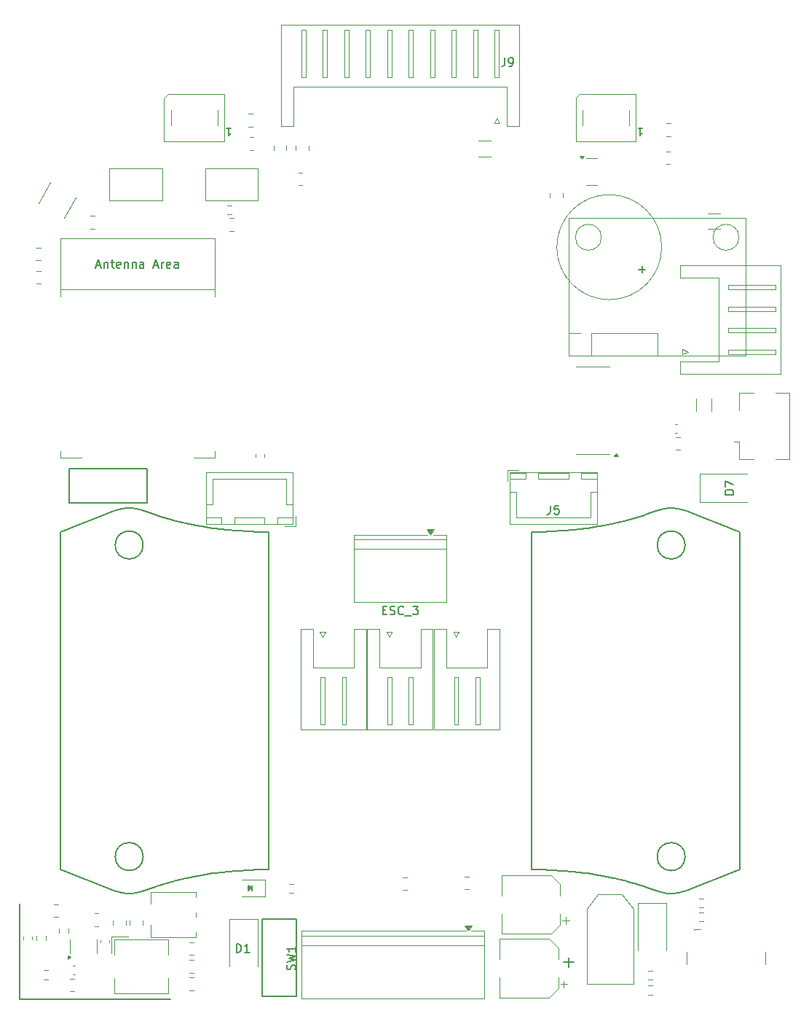
<source format=gbr>
%TF.GenerationSoftware,KiCad,Pcbnew,9.0.1*%
%TF.CreationDate,2025-07-10T18:56:07-03:00*%
%TF.ProjectId,main_MagicAlonso-rounded,6d61696e-5f4d-4616-9769-63416c6f6e73,rev?*%
%TF.SameCoordinates,PXb76920PY11322920*%
%TF.FileFunction,Legend,Top*%
%TF.FilePolarity,Positive*%
%FSLAX46Y46*%
G04 Gerber Fmt 4.6, Leading zero omitted, Abs format (unit mm)*
G04 Created by KiCad (PCBNEW 9.0.1) date 2025-07-10 18:56:07*
%MOMM*%
%LPD*%
G01*
G04 APERTURE LIST*
%ADD10C,0.150000*%
%ADD11C,0.120000*%
%ADD12C,0.100000*%
%ADD13C,0.200000*%
%ADD14C,0.127000*%
G04 APERTURE END LIST*
D10*
X92457381Y95748991D02*
X92790714Y95748991D01*
X92933571Y95225181D02*
X92457381Y95225181D01*
X92457381Y95225181D02*
X92457381Y96225181D01*
X92457381Y96225181D02*
X92933571Y96225181D01*
X93314524Y95272800D02*
X93457381Y95225181D01*
X93457381Y95225181D02*
X93695476Y95225181D01*
X93695476Y95225181D02*
X93790714Y95272800D01*
X93790714Y95272800D02*
X93838333Y95320420D01*
X93838333Y95320420D02*
X93885952Y95415658D01*
X93885952Y95415658D02*
X93885952Y95510896D01*
X93885952Y95510896D02*
X93838333Y95606134D01*
X93838333Y95606134D02*
X93790714Y95653753D01*
X93790714Y95653753D02*
X93695476Y95701372D01*
X93695476Y95701372D02*
X93505000Y95748991D01*
X93505000Y95748991D02*
X93409762Y95796610D01*
X93409762Y95796610D02*
X93362143Y95844229D01*
X93362143Y95844229D02*
X93314524Y95939467D01*
X93314524Y95939467D02*
X93314524Y96034705D01*
X93314524Y96034705D02*
X93362143Y96129943D01*
X93362143Y96129943D02*
X93409762Y96177562D01*
X93409762Y96177562D02*
X93505000Y96225181D01*
X93505000Y96225181D02*
X93743095Y96225181D01*
X93743095Y96225181D02*
X93885952Y96177562D01*
X94885952Y95320420D02*
X94838333Y95272800D01*
X94838333Y95272800D02*
X94695476Y95225181D01*
X94695476Y95225181D02*
X94600238Y95225181D01*
X94600238Y95225181D02*
X94457381Y95272800D01*
X94457381Y95272800D02*
X94362143Y95368039D01*
X94362143Y95368039D02*
X94314524Y95463277D01*
X94314524Y95463277D02*
X94266905Y95653753D01*
X94266905Y95653753D02*
X94266905Y95796610D01*
X94266905Y95796610D02*
X94314524Y95987086D01*
X94314524Y95987086D02*
X94362143Y96082324D01*
X94362143Y96082324D02*
X94457381Y96177562D01*
X94457381Y96177562D02*
X94600238Y96225181D01*
X94600238Y96225181D02*
X94695476Y96225181D01*
X94695476Y96225181D02*
X94838333Y96177562D01*
X94838333Y96177562D02*
X94885952Y96129943D01*
X95076429Y95129943D02*
X95838333Y95129943D01*
X95981191Y96225181D02*
X96600238Y96225181D01*
X96600238Y96225181D02*
X96266905Y95844229D01*
X96266905Y95844229D02*
X96409762Y95844229D01*
X96409762Y95844229D02*
X96505000Y95796610D01*
X96505000Y95796610D02*
X96552619Y95748991D01*
X96552619Y95748991D02*
X96600238Y95653753D01*
X96600238Y95653753D02*
X96600238Y95415658D01*
X96600238Y95415658D02*
X96552619Y95320420D01*
X96552619Y95320420D02*
X96505000Y95272800D01*
X96505000Y95272800D02*
X96409762Y95225181D01*
X96409762Y95225181D02*
X96124048Y95225181D01*
X96124048Y95225181D02*
X96028810Y95272800D01*
X96028810Y95272800D02*
X95981191Y95320420D01*
X114094700Y54278572D02*
X114094700Y55421429D01*
X114666128Y54850001D02*
X113523271Y54850001D01*
X122176428Y151712296D02*
X122633571Y151712296D01*
X122404999Y151712296D02*
X122404999Y150912296D01*
X122404999Y150912296D02*
X122481190Y151026581D01*
X122481190Y151026581D02*
X122557380Y151102772D01*
X122557380Y151102772D02*
X122633571Y151140867D01*
X75441905Y55995181D02*
X75441905Y56995181D01*
X75441905Y56995181D02*
X75680000Y56995181D01*
X75680000Y56995181D02*
X75822857Y56947562D01*
X75822857Y56947562D02*
X75918095Y56852324D01*
X75918095Y56852324D02*
X75965714Y56757086D01*
X75965714Y56757086D02*
X76013333Y56566610D01*
X76013333Y56566610D02*
X76013333Y56423753D01*
X76013333Y56423753D02*
X75965714Y56233277D01*
X75965714Y56233277D02*
X75918095Y56138039D01*
X75918095Y56138039D02*
X75822857Y56042800D01*
X75822857Y56042800D02*
X75680000Y55995181D01*
X75680000Y55995181D02*
X75441905Y55995181D01*
X76965714Y55995181D02*
X76394286Y55995181D01*
X76680000Y55995181D02*
X76680000Y56995181D01*
X76680000Y56995181D02*
X76584762Y56852324D01*
X76584762Y56852324D02*
X76489524Y56757086D01*
X76489524Y56757086D02*
X76394286Y56709467D01*
X74311428Y151692296D02*
X74768571Y151692296D01*
X74539999Y151692296D02*
X74539999Y150892296D01*
X74539999Y150892296D02*
X74616190Y151006581D01*
X74616190Y151006581D02*
X74692380Y151082772D01*
X74692380Y151082772D02*
X74768571Y151120867D01*
X122234048Y135311134D02*
X122995953Y135311134D01*
X122615000Y134930181D02*
X122615000Y135692086D01*
X59193094Y135790896D02*
X59669284Y135790896D01*
X59097856Y135505181D02*
X59431189Y136505181D01*
X59431189Y136505181D02*
X59764522Y135505181D01*
X60097856Y136171848D02*
X60097856Y135505181D01*
X60097856Y136076610D02*
X60145475Y136124229D01*
X60145475Y136124229D02*
X60240713Y136171848D01*
X60240713Y136171848D02*
X60383570Y136171848D01*
X60383570Y136171848D02*
X60478808Y136124229D01*
X60478808Y136124229D02*
X60526427Y136028991D01*
X60526427Y136028991D02*
X60526427Y135505181D01*
X60859761Y136171848D02*
X61240713Y136171848D01*
X61002618Y136505181D02*
X61002618Y135648039D01*
X61002618Y135648039D02*
X61050237Y135552800D01*
X61050237Y135552800D02*
X61145475Y135505181D01*
X61145475Y135505181D02*
X61240713Y135505181D01*
X61954999Y135552800D02*
X61859761Y135505181D01*
X61859761Y135505181D02*
X61669285Y135505181D01*
X61669285Y135505181D02*
X61574047Y135552800D01*
X61574047Y135552800D02*
X61526428Y135648039D01*
X61526428Y135648039D02*
X61526428Y136028991D01*
X61526428Y136028991D02*
X61574047Y136124229D01*
X61574047Y136124229D02*
X61669285Y136171848D01*
X61669285Y136171848D02*
X61859761Y136171848D01*
X61859761Y136171848D02*
X61954999Y136124229D01*
X61954999Y136124229D02*
X62002618Y136028991D01*
X62002618Y136028991D02*
X62002618Y135933753D01*
X62002618Y135933753D02*
X61526428Y135838515D01*
X62431190Y136171848D02*
X62431190Y135505181D01*
X62431190Y136076610D02*
X62478809Y136124229D01*
X62478809Y136124229D02*
X62574047Y136171848D01*
X62574047Y136171848D02*
X62716904Y136171848D01*
X62716904Y136171848D02*
X62812142Y136124229D01*
X62812142Y136124229D02*
X62859761Y136028991D01*
X62859761Y136028991D02*
X62859761Y135505181D01*
X63335952Y136171848D02*
X63335952Y135505181D01*
X63335952Y136076610D02*
X63383571Y136124229D01*
X63383571Y136124229D02*
X63478809Y136171848D01*
X63478809Y136171848D02*
X63621666Y136171848D01*
X63621666Y136171848D02*
X63716904Y136124229D01*
X63716904Y136124229D02*
X63764523Y136028991D01*
X63764523Y136028991D02*
X63764523Y135505181D01*
X64669285Y135505181D02*
X64669285Y136028991D01*
X64669285Y136028991D02*
X64621666Y136124229D01*
X64621666Y136124229D02*
X64526428Y136171848D01*
X64526428Y136171848D02*
X64335952Y136171848D01*
X64335952Y136171848D02*
X64240714Y136124229D01*
X64669285Y135552800D02*
X64574047Y135505181D01*
X64574047Y135505181D02*
X64335952Y135505181D01*
X64335952Y135505181D02*
X64240714Y135552800D01*
X64240714Y135552800D02*
X64193095Y135648039D01*
X64193095Y135648039D02*
X64193095Y135743277D01*
X64193095Y135743277D02*
X64240714Y135838515D01*
X64240714Y135838515D02*
X64335952Y135886134D01*
X64335952Y135886134D02*
X64574047Y135886134D01*
X64574047Y135886134D02*
X64669285Y135933753D01*
X65859762Y135790896D02*
X66335952Y135790896D01*
X65764524Y135505181D02*
X66097857Y136505181D01*
X66097857Y136505181D02*
X66431190Y135505181D01*
X66764524Y135505181D02*
X66764524Y136171848D01*
X66764524Y135981372D02*
X66812143Y136076610D01*
X66812143Y136076610D02*
X66859762Y136124229D01*
X66859762Y136124229D02*
X66955000Y136171848D01*
X66955000Y136171848D02*
X67050238Y136171848D01*
X67764524Y135552800D02*
X67669286Y135505181D01*
X67669286Y135505181D02*
X67478810Y135505181D01*
X67478810Y135505181D02*
X67383572Y135552800D01*
X67383572Y135552800D02*
X67335953Y135648039D01*
X67335953Y135648039D02*
X67335953Y136028991D01*
X67335953Y136028991D02*
X67383572Y136124229D01*
X67383572Y136124229D02*
X67478810Y136171848D01*
X67478810Y136171848D02*
X67669286Y136171848D01*
X67669286Y136171848D02*
X67764524Y136124229D01*
X67764524Y136124229D02*
X67812143Y136028991D01*
X67812143Y136028991D02*
X67812143Y135933753D01*
X67812143Y135933753D02*
X67335953Y135838515D01*
X68669286Y135505181D02*
X68669286Y136028991D01*
X68669286Y136028991D02*
X68621667Y136124229D01*
X68621667Y136124229D02*
X68526429Y136171848D01*
X68526429Y136171848D02*
X68335953Y136171848D01*
X68335953Y136171848D02*
X68240715Y136124229D01*
X68669286Y135552800D02*
X68574048Y135505181D01*
X68574048Y135505181D02*
X68335953Y135505181D01*
X68335953Y135505181D02*
X68240715Y135552800D01*
X68240715Y135552800D02*
X68193096Y135648039D01*
X68193096Y135648039D02*
X68193096Y135743277D01*
X68193096Y135743277D02*
X68240715Y135838515D01*
X68240715Y135838515D02*
X68335953Y135886134D01*
X68335953Y135886134D02*
X68574048Y135886134D01*
X68574048Y135886134D02*
X68669286Y135933753D01*
X106656666Y159925181D02*
X106656666Y159210896D01*
X106656666Y159210896D02*
X106609047Y159068039D01*
X106609047Y159068039D02*
X106513809Y158972800D01*
X106513809Y158972800D02*
X106370952Y158925181D01*
X106370952Y158925181D02*
X106275714Y158925181D01*
X107180476Y158925181D02*
X107370952Y158925181D01*
X107370952Y158925181D02*
X107466190Y158972800D01*
X107466190Y158972800D02*
X107513809Y159020420D01*
X107513809Y159020420D02*
X107609047Y159163277D01*
X107609047Y159163277D02*
X107656666Y159353753D01*
X107656666Y159353753D02*
X107656666Y159734705D01*
X107656666Y159734705D02*
X107609047Y159829943D01*
X107609047Y159829943D02*
X107561428Y159877562D01*
X107561428Y159877562D02*
X107466190Y159925181D01*
X107466190Y159925181D02*
X107275714Y159925181D01*
X107275714Y159925181D02*
X107180476Y159877562D01*
X107180476Y159877562D02*
X107132857Y159829943D01*
X107132857Y159829943D02*
X107085238Y159734705D01*
X107085238Y159734705D02*
X107085238Y159496610D01*
X107085238Y159496610D02*
X107132857Y159401372D01*
X107132857Y159401372D02*
X107180476Y159353753D01*
X107180476Y159353753D02*
X107275714Y159306134D01*
X107275714Y159306134D02*
X107466190Y159306134D01*
X107466190Y159306134D02*
X107561428Y159353753D01*
X107561428Y159353753D02*
X107609047Y159401372D01*
X107609047Y159401372D02*
X107656666Y159496610D01*
X82262200Y53986668D02*
X82309819Y54129525D01*
X82309819Y54129525D02*
X82309819Y54367620D01*
X82309819Y54367620D02*
X82262200Y54462858D01*
X82262200Y54462858D02*
X82214580Y54510477D01*
X82214580Y54510477D02*
X82119342Y54558096D01*
X82119342Y54558096D02*
X82024104Y54558096D01*
X82024104Y54558096D02*
X81928866Y54510477D01*
X81928866Y54510477D02*
X81881247Y54462858D01*
X81881247Y54462858D02*
X81833628Y54367620D01*
X81833628Y54367620D02*
X81786009Y54177144D01*
X81786009Y54177144D02*
X81738390Y54081906D01*
X81738390Y54081906D02*
X81690771Y54034287D01*
X81690771Y54034287D02*
X81595533Y53986668D01*
X81595533Y53986668D02*
X81500295Y53986668D01*
X81500295Y53986668D02*
X81405057Y54034287D01*
X81405057Y54034287D02*
X81357438Y54081906D01*
X81357438Y54081906D02*
X81309819Y54177144D01*
X81309819Y54177144D02*
X81309819Y54415239D01*
X81309819Y54415239D02*
X81357438Y54558096D01*
X81309819Y54891430D02*
X82309819Y55129525D01*
X82309819Y55129525D02*
X81595533Y55320001D01*
X81595533Y55320001D02*
X82309819Y55510477D01*
X82309819Y55510477D02*
X81309819Y55748572D01*
X82309819Y56653334D02*
X82309819Y56081906D01*
X82309819Y56367620D02*
X81309819Y56367620D01*
X81309819Y56367620D02*
X81452676Y56272382D01*
X81452676Y56272382D02*
X81547914Y56177144D01*
X81547914Y56177144D02*
X81595533Y56081906D01*
X133259819Y109186906D02*
X132259819Y109186906D01*
X132259819Y109186906D02*
X132259819Y109425001D01*
X132259819Y109425001D02*
X132307438Y109567858D01*
X132307438Y109567858D02*
X132402676Y109663096D01*
X132402676Y109663096D02*
X132497914Y109710715D01*
X132497914Y109710715D02*
X132688390Y109758334D01*
X132688390Y109758334D02*
X132831247Y109758334D01*
X132831247Y109758334D02*
X133021723Y109710715D01*
X133021723Y109710715D02*
X133116961Y109663096D01*
X133116961Y109663096D02*
X133212200Y109567858D01*
X133212200Y109567858D02*
X133259819Y109425001D01*
X133259819Y109425001D02*
X133259819Y109186906D01*
X132259819Y110091668D02*
X132259819Y110758334D01*
X132259819Y110758334D02*
X133259819Y110329763D01*
X111971666Y107895181D02*
X111971666Y107180896D01*
X111971666Y107180896D02*
X111924047Y107038039D01*
X111924047Y107038039D02*
X111828809Y106942800D01*
X111828809Y106942800D02*
X111685952Y106895181D01*
X111685952Y106895181D02*
X111590714Y106895181D01*
X112924047Y107895181D02*
X112447857Y107895181D01*
X112447857Y107895181D02*
X112400238Y107418991D01*
X112400238Y107418991D02*
X112447857Y107466610D01*
X112447857Y107466610D02*
X112543095Y107514229D01*
X112543095Y107514229D02*
X112781190Y107514229D01*
X112781190Y107514229D02*
X112876428Y107466610D01*
X112876428Y107466610D02*
X112924047Y107418991D01*
X112924047Y107418991D02*
X112971666Y107323753D01*
X112971666Y107323753D02*
X112971666Y107085658D01*
X112971666Y107085658D02*
X112924047Y106990420D01*
X112924047Y106990420D02*
X112876428Y106942800D01*
X112876428Y106942800D02*
X112781190Y106895181D01*
X112781190Y106895181D02*
X112543095Y106895181D01*
X112543095Y106895181D02*
X112447857Y106942800D01*
X112447857Y106942800D02*
X112400238Y106990420D01*
D11*
%TO.C,ESC_3*%
X89135000Y96680000D02*
X89135000Y104520000D01*
X97705000Y104520000D02*
X89135000Y104520000D01*
X99875000Y104520000D02*
X98305000Y104520000D01*
X99875000Y104000000D02*
X89135000Y104000000D01*
X99875000Y102900000D02*
X89135000Y102900000D01*
X99875000Y96680000D02*
X89135000Y96680000D01*
X99875000Y96680000D02*
X99875000Y104520000D01*
X98005000Y104520000D02*
X97565000Y105130000D01*
X98445000Y105130000D01*
X98005000Y104520000D01*
G36*
X98005000Y104520000D02*
G01*
X97565000Y105130000D01*
X98445000Y105130000D01*
X98005000Y104520000D01*
G37*
%TO.C,Rp2*%
X61127500Y59677064D02*
X61127500Y59222936D01*
X62597500Y59677064D02*
X62597500Y59222936D01*
%TO.C,J2*%
X114130000Y127980000D02*
X115460000Y127980000D01*
X114130000Y126650000D02*
X114130000Y127980000D01*
X116730000Y127980000D02*
X124410000Y127980000D01*
X116730000Y125320000D02*
X116730000Y127980000D01*
X116730000Y125320000D02*
X124410000Y125320000D01*
X124410000Y125320000D02*
X124410000Y127980000D01*
X114130000Y125320000D02*
X134630000Y125320000D01*
X134630000Y141320000D01*
X114130000Y141320000D01*
X114130000Y125320000D01*
D12*
X117880000Y139070000D02*
G75*
G02*
X114880000Y139070000I-1500000J0D01*
G01*
X114880000Y139070000D02*
G75*
G02*
X117880000Y139070000I1500000J0D01*
G01*
X133880000Y139070000D02*
G75*
G02*
X130880000Y139070000I-1500000J0D01*
G01*
X130880000Y139070000D02*
G75*
G02*
X133880000Y139070000I1500000J0D01*
G01*
D11*
%TO.C,Rp1*%
X63064500Y59677064D02*
X63064500Y59222936D01*
X64534500Y59677064D02*
X64534500Y59222936D01*
%TO.C,J1*%
X116170000Y61060000D02*
X116170000Y52340000D01*
X117470000Y62760000D02*
X116170000Y61060000D01*
X120290000Y62760000D02*
X117470000Y62760000D01*
X120290000Y62760000D02*
X121590000Y61060000D01*
X121590000Y61060000D02*
X121590000Y52340000D01*
X121590000Y52340000D02*
X116170000Y52340000D01*
%TO.C,C20*%
X69938748Y57175000D02*
X70461252Y57175000D01*
X69938748Y55705000D02*
X70461252Y55705000D01*
%TO.C,C17*%
X56623752Y52935000D02*
X56101248Y52935000D01*
X56623752Y51465000D02*
X56101248Y51465000D01*
%TO.C,C24*%
X76843748Y153410000D02*
X77366252Y153410000D01*
X76843748Y151940000D02*
X77366252Y151940000D01*
%TO.C,R10*%
X123317742Y52135000D02*
X123792258Y52135000D01*
X123317742Y51090000D02*
X123792258Y51090000D01*
%TO.C,J13*%
X127790000Y54635000D02*
X127790000Y56045000D01*
X128610000Y58715000D02*
X128610000Y58565000D01*
X129410000Y58715000D02*
X128610000Y58715000D01*
X136950000Y54635000D02*
X136950000Y56045000D01*
%TO.C,C26*%
X125393748Y152310000D02*
X125916252Y152310000D01*
X125393748Y150840000D02*
X125916252Y150840000D01*
%TO.C,Q1*%
X116755000Y148260000D02*
X116105000Y148260000D01*
X116755000Y148260000D02*
X117405000Y148260000D01*
X116755000Y145140000D02*
X116105000Y145140000D01*
X116755000Y145140000D02*
X117405000Y145140000D01*
X115592500Y148210000D02*
X115352500Y148540000D01*
X115832500Y148540000D01*
X115592500Y148210000D01*
G36*
X115592500Y148210000D02*
G01*
X115352500Y148540000D01*
X115832500Y148540000D01*
X115592500Y148210000D01*
G37*
%TO.C,C10*%
X95291252Y64735000D02*
X94768748Y64735000D01*
X95291252Y63265000D02*
X94768748Y63265000D01*
%TO.C,RV1*%
X65487500Y63020000D02*
X65487500Y61640000D01*
X65487500Y63020000D02*
X70727500Y63020000D01*
X65487500Y59160000D02*
X65487500Y57780000D01*
X65487500Y57780000D02*
X70727500Y57780000D01*
X70727500Y63020000D02*
X70727500Y62439000D01*
X70727500Y60660000D02*
X70727500Y60140000D01*
X70727500Y58360000D02*
X70727500Y57780000D01*
%TO.C,C8*%
X77670000Y113865580D02*
X77670000Y113584420D01*
X78690000Y113865580D02*
X78690000Y113584420D01*
%TO.C,D5*%
X114905000Y155250000D02*
X114905000Y150200000D01*
X115355000Y155700000D02*
X114905000Y155250000D01*
X115705000Y153850000D02*
X115705000Y152050000D01*
X121105000Y153850000D02*
X121105000Y152050000D01*
X121905000Y155700000D02*
X115355000Y155700000D01*
X121905000Y150200000D02*
X114905000Y150200000D01*
X121905000Y150200000D02*
X121905000Y155700000D01*
%TO.C,R7*%
X125422936Y149045000D02*
X125877064Y149045000D01*
X125422936Y147575000D02*
X125877064Y147575000D01*
%TO.C,D1*%
X74630000Y59860000D02*
X74630000Y54350000D01*
X77930000Y59860000D02*
X74630000Y59860000D01*
X77930000Y59860000D02*
X77930000Y54350000D01*
%TO.C,D6*%
X122130000Y61760000D02*
X122130000Y56250000D01*
X125430000Y61760000D02*
X122130000Y61760000D01*
X125430000Y61760000D02*
X125430000Y56250000D01*
%TO.C,D3*%
X67040000Y155230000D02*
X67040000Y150180000D01*
X67490000Y155680000D02*
X67040000Y155230000D01*
X67840000Y153830000D02*
X67840000Y152030000D01*
X73240000Y153830000D02*
X73240000Y152030000D01*
X74040000Y155680000D02*
X67490000Y155680000D01*
X74040000Y150180000D02*
X67040000Y150180000D01*
X74040000Y150180000D02*
X74040000Y155680000D01*
%TO.C,C4*%
X52691252Y135170000D02*
X52168748Y135170000D01*
X52691252Y133700000D02*
X52168748Y133700000D01*
%TO.C,J15*%
X83050000Y50640000D02*
X83050000Y58480000D01*
X102120000Y58480000D02*
X83050000Y58480000D01*
X104290000Y58480000D02*
X102720000Y58480000D01*
X104290000Y57960000D02*
X83050000Y57960000D01*
X104290000Y56860000D02*
X83050000Y56860000D01*
X104290000Y50640000D02*
X83050000Y50640000D01*
X104290000Y50640000D02*
X104290000Y58480000D01*
X102420000Y58480000D02*
X101980000Y59090000D01*
X102860000Y59090000D01*
X102420000Y58480000D01*
G36*
X102420000Y58480000D02*
G01*
X101980000Y59090000D01*
X102860000Y59090000D01*
X102420000Y58480000D01*
G37*
%TO.C,C18*%
X56703080Y54435000D02*
X56421920Y54435000D01*
X56703080Y53415000D02*
X56421920Y53415000D01*
%TO.C,SW3*%
D13*
X65040000Y108200000D02*
X56040000Y108200000D01*
X56040000Y112200000D01*
X65040000Y112200000D01*
X65040000Y108200000D01*
D11*
%TO.C,C14*%
X126414420Y117385000D02*
X126695580Y117385000D01*
X126414420Y116365000D02*
X126695580Y116365000D01*
%TO.C,C13*%
X126493748Y115835000D02*
X127016252Y115835000D01*
X126493748Y114365000D02*
X127016252Y114365000D01*
%TO.C,R9*%
X58502936Y141560000D02*
X58957064Y141560000D01*
X58502936Y140090000D02*
X58957064Y140090000D01*
%TO.C,U4*%
X116905000Y124030000D02*
X114955000Y124030000D01*
X116905000Y124030000D02*
X118855000Y124030000D01*
X116905000Y113910000D02*
X114955000Y113910000D01*
X116905000Y113910000D02*
X118855000Y113910000D01*
X119845000Y113635000D02*
X119365000Y113635000D01*
X119605000Y113965000D01*
X119845000Y113635000D01*
G36*
X119845000Y113635000D02*
G01*
X119365000Y113635000D01*
X119605000Y113965000D01*
X119845000Y113635000D01*
G37*
%TO.C,J16*%
X133920000Y121010000D02*
X133920000Y118950000D01*
X133920000Y115350000D02*
X133330000Y115350000D01*
X133920000Y113290000D02*
X133920000Y115350000D01*
X135630000Y121010000D02*
X133920000Y121010000D01*
X135630000Y113290000D02*
X133920000Y113290000D01*
X139740000Y121010000D02*
X138130000Y121010000D01*
X139740000Y113290000D02*
X138130000Y113290000D01*
X139740000Y113290000D02*
X139740000Y121010000D01*
%TO.C,BZ1*%
X124905000Y137925000D02*
G75*
G02*
X112705000Y137925000I-6100000J0D01*
G01*
X112705000Y137925000D02*
G75*
G02*
X124905000Y137925000I6100000J0D01*
G01*
%TO.C,L1*%
X60907500Y57857500D02*
X62907500Y57857500D01*
X60907500Y55857500D02*
X60907500Y57857500D01*
X61287500Y57477500D02*
X61287500Y55707500D01*
X61287500Y57477500D02*
X67527500Y57477500D01*
X61287500Y53007500D02*
X61287500Y51237500D01*
X61287500Y51237500D02*
X67527500Y51237500D01*
X67527500Y57477500D02*
X67527500Y55707500D01*
X67527500Y53007500D02*
X67527500Y51237500D01*
%TO.C,U1*%
X54955000Y138960000D02*
X54955000Y132210000D01*
X54955000Y138960000D02*
X72955000Y138960000D01*
X54955000Y114210000D02*
X54955000Y113460000D01*
X54955000Y113460000D02*
X55705000Y113460000D01*
X55705000Y113460000D02*
X57455000Y113460000D01*
X72205000Y113460000D02*
X70455000Y113460000D01*
X72955000Y138960000D02*
X72955000Y132210000D01*
X72955000Y133020000D02*
X54955000Y133020000D01*
X72955000Y114210000D02*
X72955000Y113460000D01*
X72955000Y113460000D02*
X72205000Y113460000D01*
%TO.C,C9*%
X102466252Y64785000D02*
X101943748Y64785000D01*
X102466252Y63315000D02*
X101943748Y63315000D01*
%TO.C,R1*%
X81592742Y63960180D02*
X82067258Y63960180D01*
X81592742Y62915180D02*
X82067258Y62915180D01*
%TO.C,C2*%
X106295000Y64960000D02*
X106295000Y62610000D01*
X106295000Y58140000D02*
X106295000Y60490000D01*
X112050563Y64960000D02*
X106295000Y64960000D01*
X112050563Y58140000D02*
X106295000Y58140000D01*
X113115000Y63895563D02*
X112050563Y64960000D01*
X113115000Y63895563D02*
X113115000Y62610000D01*
X113115000Y59204437D02*
X112050563Y58140000D01*
X113115000Y59204437D02*
X113115000Y60490000D01*
X113748750Y59308750D02*
X113748750Y60096250D01*
X114142500Y59702500D02*
X113355000Y59702500D01*
%TO.C,C11*%
X79770000Y149163748D02*
X79770000Y149686252D01*
X81240000Y149163748D02*
X81240000Y149686252D01*
D10*
%TO.C,U6*%
X50280000Y61655000D02*
X50280000Y50585000D01*
X67780000Y50585000D02*
X50280000Y50585000D01*
D11*
%TO.C,C12*%
X82370000Y149163748D02*
X82370000Y149686252D01*
X83840000Y149163748D02*
X83840000Y149686252D01*
D13*
%TO.C,REF\u002A\u002A*%
X109800000Y104820738D02*
X109800000Y101820738D01*
X109800000Y104820738D02*
X111041619Y104838492D01*
X109800000Y101820738D02*
X109800000Y68620738D01*
X109800000Y68620738D02*
X109800000Y65620738D01*
X109800000Y65620738D02*
X111043136Y65603099D01*
X111980203Y104881136D02*
X111041619Y104838492D01*
X111980203Y104881136D02*
X113480209Y104976022D01*
X111981628Y65560699D02*
X111043136Y65603099D01*
X111981628Y65560699D02*
X113480718Y65466286D01*
X114573903Y65362479D02*
X113480718Y65466286D01*
X114574556Y105080191D02*
X113480209Y104976022D01*
X117524260Y64962190D02*
X116292573Y65160806D01*
X117527867Y105481196D02*
X116295124Y105282372D01*
X120828015Y64246391D02*
X119450668Y64591554D01*
X120832338Y106196839D02*
X119455298Y105851934D01*
X124529531Y107360799D02*
X122987255Y106818259D01*
X124529544Y63080672D02*
X122984598Y63624203D01*
X127559308Y63114126D02*
X134000000Y65620738D01*
X134000000Y104820738D02*
X127559308Y107327350D01*
X134000000Y65620738D02*
X134000000Y104820738D01*
X124529531Y107360799D02*
G75*
G02*
X127559308Y107327350I1470471J-4040031D01*
G01*
X127559308Y63114126D02*
G75*
G02*
X124529544Y63080672I-1559306J4006536D01*
G01*
X127625000Y103320738D02*
G75*
G02*
X124375000Y103320738I-1625000J0D01*
G01*
X124375000Y103320738D02*
G75*
G02*
X127625000Y103320738I1625000J0D01*
G01*
X127625000Y67120738D02*
G75*
G02*
X124375000Y67120738I-1625000J0D01*
G01*
X124375000Y67120738D02*
G75*
G02*
X127625000Y67120738I1625000J0D01*
G01*
X127625000Y67120738D02*
G75*
G02*
X124375000Y67120738I-1625000J0D01*
G01*
X124375000Y67120738D02*
G75*
G02*
X127625000Y67120738I1625000J0D01*
G01*
X114573903Y65362479D02*
X114607876Y65358992D01*
X114641893Y65355481D01*
X114675865Y65351954D01*
X114709881Y65348402D01*
X114743853Y65344835D01*
X114777868Y65341242D01*
X114811839Y65337635D01*
X114845853Y65334003D01*
X114879824Y65330355D01*
X114913838Y65326682D01*
X114947809Y65322994D01*
X114981822Y65319281D01*
X115015793Y65315553D01*
X115049806Y65311800D01*
X115083777Y65308031D01*
X115117790Y65304237D01*
X115151761Y65300428D01*
X115185774Y65296594D01*
X115219746Y65292745D01*
X115253759Y65288870D01*
X115287731Y65284980D01*
X115321744Y65281066D01*
X115355717Y65277135D01*
X115389731Y65273180D01*
X115423704Y65269209D01*
X115457718Y65265214D01*
X115491693Y65261203D01*
X115525708Y65257166D01*
X115559683Y65253115D01*
X115593699Y65249038D01*
X115627675Y65244946D01*
X115661692Y65240829D01*
X115695669Y65236696D01*
X115729687Y65232539D01*
X115763666Y65228365D01*
X115797684Y65224167D01*
X115831664Y65219954D01*
X115865684Y65215715D01*
X115899666Y65211460D01*
X115933687Y65207181D01*
X115967670Y65202886D01*
X116001692Y65198566D01*
X116035677Y65194231D01*
X116069701Y65189870D01*
X116103688Y65185494D01*
X116137713Y65181093D01*
X116171702Y65176676D01*
X116205729Y65172234D01*
X116239719Y65167777D01*
X116273748Y65163295D01*
X116292573Y65160806D01*
X114574556Y105080191D02*
X114608597Y105083692D01*
X114642682Y105087218D01*
X114676722Y105090759D01*
X114710807Y105094325D01*
X114744847Y105097906D01*
X114778931Y105101513D01*
X114812971Y105105134D01*
X114847054Y105108781D01*
X114881095Y105112443D01*
X114915178Y105116130D01*
X114949218Y105119832D01*
X114983302Y105123560D01*
X115017342Y105127302D01*
X115051426Y105131070D01*
X115085467Y105134853D01*
X115119550Y105138661D01*
X115153592Y105142485D01*
X115187675Y105146333D01*
X115221717Y105150197D01*
X115255801Y105154086D01*
X115289844Y105157990D01*
X115323929Y105161919D01*
X115357973Y105165864D01*
X115392057Y105169834D01*
X115426102Y105173819D01*
X115460188Y105177829D01*
X115494233Y105181855D01*
X115528320Y105185906D01*
X115562367Y105189972D01*
X115596454Y105194063D01*
X115630502Y105198170D01*
X115664590Y105202301D01*
X115698639Y105206448D01*
X115732728Y105210621D01*
X115766779Y105214808D01*
X115800869Y105219021D01*
X115834921Y105223249D01*
X115869013Y105227503D01*
X115903067Y105231772D01*
X115937159Y105236066D01*
X115971214Y105240375D01*
X116005308Y105244709D01*
X116039365Y105249059D01*
X116073461Y105253435D01*
X116107519Y105257825D01*
X116141616Y105262241D01*
X116175677Y105266672D01*
X116209775Y105271129D01*
X116243837Y105275601D01*
X116277938Y105280098D01*
X116295124Y105282372D01*
X117524260Y64962190D02*
X117554896Y64956925D01*
X117585561Y64951634D01*
X117616197Y64946328D01*
X117646862Y64940997D01*
X117677499Y64935650D01*
X117708164Y64930278D01*
X117738802Y64924890D01*
X117769467Y64919477D01*
X117800106Y64914049D01*
X117830773Y64908595D01*
X117861413Y64903126D01*
X117892081Y64897631D01*
X117922723Y64892121D01*
X117953392Y64886585D01*
X117984036Y64881034D01*
X118014708Y64875457D01*
X118045354Y64869864D01*
X118076027Y64864246D01*
X118106676Y64858613D01*
X118137352Y64852954D01*
X118168003Y64847279D01*
X118198682Y64841578D01*
X118229336Y64835862D01*
X118260018Y64830120D01*
X118290676Y64824363D01*
X118321361Y64818579D01*
X118352022Y64812780D01*
X118382710Y64806956D01*
X118413376Y64801115D01*
X118444068Y64795249D01*
X118474737Y64789367D01*
X118505433Y64783459D01*
X118536107Y64777536D01*
X118566807Y64771586D01*
X118597485Y64765621D01*
X118628190Y64759630D01*
X118658873Y64753623D01*
X118689583Y64747590D01*
X118720271Y64741541D01*
X118750985Y64735467D01*
X118781678Y64729376D01*
X118812398Y64723259D01*
X118843097Y64717127D01*
X118873822Y64710968D01*
X118904527Y64704793D01*
X118935258Y64698593D01*
X118965969Y64692376D01*
X118996706Y64686133D01*
X119027422Y64679874D01*
X119058165Y64673590D01*
X119088889Y64667289D01*
X119119638Y64660962D01*
X119150368Y64654618D01*
X119181124Y64648249D01*
X119211861Y64641863D01*
X119242623Y64635452D01*
X119273367Y64629024D01*
X119304137Y64622570D01*
X119334888Y64616099D01*
X119365665Y64609603D01*
X119396424Y64603090D01*
X119427208Y64596551D01*
X119450668Y64591554D01*
X117527867Y105481196D02*
X117558555Y105486470D01*
X117589271Y105491770D01*
X117619959Y105497085D01*
X117650675Y105502425D01*
X117681363Y105507780D01*
X117712078Y105513161D01*
X117742767Y105518557D01*
X117773482Y105523979D01*
X117804171Y105529416D01*
X117834887Y105534878D01*
X117865576Y105540356D01*
X117896293Y105545859D01*
X117926984Y105551378D01*
X117957701Y105556922D01*
X117988393Y105562482D01*
X118019112Y105568067D01*
X118049806Y105573667D01*
X118080526Y105579294D01*
X118111222Y105584935D01*
X118141944Y105590602D01*
X118172642Y105596285D01*
X118203366Y105601994D01*
X118234066Y105607718D01*
X118264793Y105613467D01*
X118295496Y105619232D01*
X118326225Y105625023D01*
X118356931Y105630830D01*
X118387663Y105636662D01*
X118418372Y105642510D01*
X118449108Y105648383D01*
X118479820Y105654273D01*
X118510559Y105660188D01*
X118541274Y105666119D01*
X118572017Y105672075D01*
X118602737Y105678048D01*
X118633483Y105684046D01*
X118664207Y105690060D01*
X118694958Y105696100D01*
X118725686Y105702155D01*
X118756441Y105708237D01*
X118787174Y105714334D01*
X118817933Y105720457D01*
X118848671Y105726597D01*
X118879435Y105732762D01*
X118910178Y105738943D01*
X118940947Y105745150D01*
X118971695Y105751373D01*
X119002469Y105757622D01*
X119033223Y105763887D01*
X119064003Y105770178D01*
X119094762Y105776485D01*
X119125548Y105782818D01*
X119156313Y105789167D01*
X119187105Y105795542D01*
X119217876Y105801933D01*
X119248674Y105808350D01*
X119279452Y105814784D01*
X119310255Y105821244D01*
X119341040Y105827720D01*
X119371850Y105834221D01*
X119402641Y105840740D01*
X119433458Y105847284D01*
X119455298Y105851934D01*
X120828015Y64246391D02*
X120857458Y64238629D01*
X120886925Y64230839D01*
X120916397Y64223027D01*
X120945894Y64215189D01*
X120975397Y64207328D01*
X121004924Y64199440D01*
X121034457Y64191529D01*
X121064014Y64183591D01*
X121093577Y64175631D01*
X121123164Y64167644D01*
X121152758Y64159634D01*
X121182376Y64151597D01*
X121212001Y64143537D01*
X121241649Y64135450D01*
X121271304Y64127341D01*
X121300983Y64119204D01*
X121330669Y64111045D01*
X121360379Y64102858D01*
X121390096Y64094648D01*
X121419837Y64086412D01*
X121449585Y64078152D01*
X121479357Y64069865D01*
X121509137Y64061555D01*
X121538940Y64053218D01*
X121568751Y64044858D01*
X121598585Y64036470D01*
X121628428Y64028060D01*
X121658294Y64019621D01*
X121688168Y64011160D01*
X121718065Y64002672D01*
X121747971Y63994160D01*
X121777900Y63985621D01*
X121807838Y63977058D01*
X121837799Y63968468D01*
X121867768Y63959855D01*
X121897762Y63951214D01*
X121927763Y63942550D01*
X121957788Y63933858D01*
X121987822Y63925143D01*
X122017880Y63916400D01*
X122047946Y63907634D01*
X122078036Y63898840D01*
X122108134Y63890023D01*
X122138257Y63881178D01*
X122168388Y63872309D01*
X122198543Y63863413D01*
X122228707Y63854493D01*
X122258894Y63845545D01*
X122289091Y63836573D01*
X122319311Y63827574D01*
X122349541Y63818551D01*
X122379795Y63809500D01*
X122410057Y63800425D01*
X122440344Y63791323D01*
X122470640Y63782196D01*
X122500959Y63773042D01*
X122531289Y63763863D01*
X122561642Y63754657D01*
X122592004Y63745427D01*
X122622391Y63736168D01*
X122652787Y63726886D01*
X122683207Y63717576D01*
X122713637Y63708241D01*
X122744091Y63698878D01*
X122774554Y63689492D01*
X122805042Y63680077D01*
X122835539Y63670638D01*
X122866061Y63661170D01*
X122896592Y63651679D01*
X122927148Y63642159D01*
X122984598Y63624203D01*
X120832338Y106196839D02*
X120861778Y106204597D01*
X120891242Y106212381D01*
X120920711Y106220188D01*
X120950203Y106228021D01*
X120979701Y106235877D01*
X121009223Y106243760D01*
X121038750Y106251665D01*
X121068301Y106259597D01*
X121097858Y106267551D01*
X121127438Y106275533D01*
X121157025Y106283536D01*
X121186634Y106291567D01*
X121216250Y106299620D01*
X121245889Y106307701D01*
X121275535Y106315804D01*
X121305204Y106323933D01*
X121334879Y106332086D01*
X121364578Y106340266D01*
X121394284Y106348468D01*
X121424013Y106356697D01*
X121453748Y106364950D01*
X121483507Y106373229D01*
X121513273Y106381531D01*
X121543062Y106389860D01*
X121572858Y106398212D01*
X121602678Y106406592D01*
X121632504Y106414994D01*
X121662354Y106423424D01*
X121692212Y106431876D01*
X121722092Y106440356D01*
X121751980Y106448859D01*
X121781891Y106457389D01*
X121811810Y106465942D01*
X121841752Y106474523D01*
X121871702Y106483126D01*
X121901675Y106491758D01*
X121931656Y106500412D01*
X121961660Y106509094D01*
X121991672Y106517799D01*
X122021708Y106526531D01*
X122051751Y106535287D01*
X122081818Y106544070D01*
X122111892Y106552877D01*
X122141990Y106561711D01*
X122172097Y106570569D01*
X122202226Y106579454D01*
X122232364Y106588363D01*
X122262526Y106597299D01*
X122292696Y106606259D01*
X122322889Y106615246D01*
X122353090Y106624257D01*
X122383315Y106633296D01*
X122413549Y106642359D01*
X122443806Y106651449D01*
X122474072Y106660563D01*
X122504361Y106669704D01*
X122534659Y106678870D01*
X122564981Y106688063D01*
X122595311Y106697280D01*
X122625665Y106706525D01*
X122656028Y106715794D01*
X122686414Y106725090D01*
X122716810Y106734411D01*
X122747229Y106743760D01*
X122777657Y106753132D01*
X122808109Y106762532D01*
X122838570Y106771957D01*
X122869054Y106781410D01*
X122899548Y106790886D01*
X122930066Y106800391D01*
X122987255Y106818259D01*
D11*
%TO.C,C23*%
X50660000Y57539420D02*
X50660000Y57820580D01*
X51680000Y57539420D02*
X51680000Y57820580D01*
%TO.C,R11*%
X123317742Y53847500D02*
X123792258Y53847500D01*
X123317742Y52802500D02*
X123792258Y52802500D01*
%TO.C,R17*%
X54242936Y61595000D02*
X54697064Y61595000D01*
X54242936Y60125000D02*
X54697064Y60125000D01*
%TO.C,C28*%
X106070000Y57560000D02*
X106070000Y55210000D01*
X106070000Y50740000D02*
X106070000Y53090000D01*
X111825563Y57560000D02*
X106070000Y57560000D01*
X111825563Y50740000D02*
X106070000Y50740000D01*
X112890000Y56495563D02*
X111825563Y57560000D01*
X112890000Y56495563D02*
X112890000Y55210000D01*
X112890000Y51804437D02*
X111825563Y50740000D01*
X112890000Y51804437D02*
X112890000Y53090000D01*
X113523750Y51908750D02*
X113523750Y52696250D01*
X113917500Y52302500D02*
X113130000Y52302500D01*
%TO.C,J14*%
X127025000Y135810000D02*
X127025000Y134390000D01*
X127025000Y134390000D02*
X131525000Y134390000D01*
X127025000Y124610000D02*
X131525000Y124610000D01*
X127025000Y123190000D02*
X127025000Y124610000D01*
X127335000Y126050000D02*
X127935000Y125750000D01*
X127335000Y125450000D02*
X127335000Y126050000D01*
X127935000Y125750000D02*
X127335000Y125450000D01*
X131525000Y134390000D02*
X131525000Y129500000D01*
X131525000Y124610000D02*
X131525000Y129500000D01*
X132635000Y133500000D02*
X132635000Y133000000D01*
X132635000Y133000000D02*
X138135000Y133000000D01*
X132635000Y131000000D02*
X132635000Y130500000D01*
X132635000Y130500000D02*
X138135000Y130500000D01*
X132635000Y128500000D02*
X132635000Y128000000D01*
X132635000Y128000000D02*
X138135000Y128000000D01*
X132635000Y126000000D02*
X132635000Y125500000D01*
X132635000Y125500000D02*
X138135000Y125500000D01*
X138135000Y133500000D02*
X132635000Y133500000D01*
X138135000Y133000000D02*
X138135000Y133500000D01*
X138135000Y131000000D02*
X132635000Y131000000D01*
X138135000Y130500000D02*
X138135000Y131000000D01*
X138135000Y128500000D02*
X132635000Y128500000D01*
X138135000Y128000000D02*
X138135000Y128500000D01*
X138135000Y126000000D02*
X132635000Y126000000D01*
X138135000Y125500000D02*
X138135000Y126000000D01*
X138745000Y135810000D02*
X127025000Y135810000D01*
X138745000Y129500000D02*
X138745000Y135810000D01*
X138745000Y129500000D02*
X138745000Y123190000D01*
X138745000Y123190000D02*
X127025000Y123190000D01*
%TO.C,J9*%
X80680000Y163740000D02*
X80680000Y152020000D01*
X80680000Y152020000D02*
X82100000Y152020000D01*
X82100000Y156520000D02*
X94490000Y156520000D01*
X82100000Y152020000D02*
X82100000Y156520000D01*
X82990000Y163130000D02*
X82990000Y157630000D01*
X82990000Y157630000D02*
X83490000Y157630000D01*
X83490000Y163130000D02*
X82990000Y163130000D01*
X83490000Y157630000D02*
X83490000Y163130000D01*
X85490000Y163130000D02*
X85490000Y157630000D01*
X85490000Y157630000D02*
X85990000Y157630000D01*
X85990000Y163130000D02*
X85490000Y163130000D01*
X85990000Y157630000D02*
X85990000Y163130000D01*
X87990000Y163130000D02*
X87990000Y157630000D01*
X87990000Y157630000D02*
X88490000Y157630000D01*
X88490000Y163130000D02*
X87990000Y163130000D01*
X88490000Y157630000D02*
X88490000Y163130000D01*
X90490000Y163130000D02*
X90490000Y157630000D01*
X90490000Y157630000D02*
X90990000Y157630000D01*
X90990000Y163130000D02*
X90490000Y163130000D01*
X90990000Y157630000D02*
X90990000Y163130000D01*
X92990000Y163130000D02*
X92990000Y157630000D01*
X92990000Y157630000D02*
X93490000Y157630000D01*
X93490000Y163130000D02*
X92990000Y163130000D01*
X93490000Y157630000D02*
X93490000Y163130000D01*
X94490000Y163740000D02*
X80680000Y163740000D01*
X94490000Y163740000D02*
X108300000Y163740000D01*
X95490000Y163130000D02*
X95490000Y157630000D01*
X95490000Y157630000D02*
X95990000Y157630000D01*
X95990000Y163130000D02*
X95490000Y163130000D01*
X95990000Y157630000D02*
X95990000Y163130000D01*
X97990000Y163130000D02*
X97990000Y157630000D01*
X97990000Y157630000D02*
X98490000Y157630000D01*
X98490000Y163130000D02*
X97990000Y163130000D01*
X98490000Y157630000D02*
X98490000Y163130000D01*
X100490000Y163130000D02*
X100490000Y157630000D01*
X100490000Y157630000D02*
X100990000Y157630000D01*
X100990000Y163130000D02*
X100490000Y163130000D01*
X100990000Y157630000D02*
X100990000Y163130000D01*
X102990000Y163130000D02*
X102990000Y157630000D01*
X102990000Y157630000D02*
X103490000Y157630000D01*
X103490000Y163130000D02*
X102990000Y163130000D01*
X103490000Y157630000D02*
X103490000Y163130000D01*
X105440000Y152330000D02*
X105740000Y152930000D01*
X105490000Y163130000D02*
X105490000Y157630000D01*
X105490000Y157630000D02*
X105990000Y157630000D01*
X105740000Y152930000D02*
X106040000Y152330000D01*
X105990000Y163130000D02*
X105490000Y163130000D01*
X105990000Y157630000D02*
X105990000Y163130000D01*
X106040000Y152330000D02*
X105440000Y152330000D01*
X106880000Y156520000D02*
X94490000Y156520000D01*
X106880000Y152020000D02*
X106880000Y156520000D01*
X108300000Y163740000D02*
X108300000Y152020000D01*
X108300000Y152020000D02*
X106880000Y152020000D01*
%TO.C,R2*%
X74392742Y142797500D02*
X74867258Y142797500D01*
X74392742Y141752500D02*
X74867258Y141752500D01*
%TO.C,R14*%
X59414564Y60510000D02*
X58960436Y60510000D01*
X59414564Y59040000D02*
X58960436Y59040000D01*
%TO.C,R15*%
X52227500Y57917258D02*
X52227500Y57442742D01*
X53272500Y57917258D02*
X53272500Y57442742D01*
%TO.C,F1*%
X53842223Y145430529D02*
X52455971Y143029471D01*
X56804029Y143720529D02*
X55417777Y141319471D01*
%TO.C,J11*%
X90677500Y93575000D02*
X92097500Y93575000D01*
X90677500Y81855000D02*
X90677500Y93575000D01*
X92097500Y93575000D02*
X92097500Y89075000D01*
X92097500Y89075000D02*
X94487500Y89075000D01*
X92937500Y93265000D02*
X93537500Y93265000D01*
X92987500Y87965000D02*
X92987500Y82465000D01*
X92987500Y82465000D02*
X93487500Y82465000D01*
X93237500Y92665000D02*
X92937500Y93265000D01*
X93487500Y87965000D02*
X92987500Y87965000D01*
X93487500Y82465000D02*
X93487500Y87965000D01*
X93537500Y93265000D02*
X93237500Y92665000D01*
X94487500Y81855000D02*
X90677500Y81855000D01*
X94487500Y81855000D02*
X98297500Y81855000D01*
X95487500Y87965000D02*
X95487500Y82465000D01*
X95487500Y82465000D02*
X95987500Y82465000D01*
X95987500Y87965000D02*
X95487500Y87965000D01*
X95987500Y82465000D02*
X95987500Y87965000D01*
X96877500Y93575000D02*
X96877500Y89075000D01*
X96877500Y89075000D02*
X94487500Y89075000D01*
X98297500Y93575000D02*
X96877500Y93575000D01*
X98297500Y81855000D02*
X98297500Y93575000D01*
%TO.C,R4*%
X130227936Y141860000D02*
X131682064Y141860000D01*
X130227936Y140040000D02*
X131682064Y140040000D01*
D13*
%TO.C,REF\u002A\u002A*%
X54980000Y104824998D02*
X54980000Y65624998D01*
X54980000Y65624998D02*
X61420692Y63118386D01*
X61420692Y107331610D02*
X54980000Y104824998D01*
X64450456Y107365064D02*
X65995402Y106821533D01*
X64450469Y63084937D02*
X65992745Y63627477D01*
X68147662Y64248897D02*
X69524702Y64593802D01*
X68151985Y106199345D02*
X69529332Y105854182D01*
X71452133Y64964540D02*
X72684876Y65163364D01*
X71455740Y105483546D02*
X72687427Y105284930D01*
X74405444Y65365545D02*
X75499791Y65469714D01*
X74406097Y105083257D02*
X75499282Y104979450D01*
X76998372Y104885037D02*
X75499282Y104979450D01*
X76998372Y104885037D02*
X77936864Y104842637D01*
X76999797Y65564600D02*
X75499791Y65469714D01*
X76999797Y65564600D02*
X77938381Y65607244D01*
X79180000Y104824998D02*
X77936864Y104842637D01*
X79180000Y101824998D02*
X79180000Y104824998D01*
X79180000Y68624998D02*
X79180000Y101824998D01*
X79180000Y65624998D02*
X77938381Y65607244D01*
X79180000Y65624998D02*
X79180000Y68624998D01*
X61420692Y107331610D02*
G75*
G02*
X64450456Y107365064I1559306J-4006536D01*
G01*
X64450469Y63084937D02*
G75*
G02*
X61420692Y63118386I-1470471J4040031D01*
G01*
X64605000Y103324998D02*
G75*
G02*
X61355000Y103324998I-1625000J0D01*
G01*
X61355000Y103324998D02*
G75*
G02*
X64605000Y103324998I1625000J0D01*
G01*
X64605000Y103324998D02*
G75*
G02*
X61355000Y103324998I-1625000J0D01*
G01*
X61355000Y103324998D02*
G75*
G02*
X64605000Y103324998I1625000J0D01*
G01*
X64605000Y67124998D02*
G75*
G02*
X61355000Y67124998I-1625000J0D01*
G01*
X61355000Y67124998D02*
G75*
G02*
X64605000Y67124998I1625000J0D01*
G01*
X68147662Y64248897D02*
X68118222Y64241139D01*
X68088758Y64233355D01*
X68059289Y64225548D01*
X68029797Y64217715D01*
X68000299Y64209859D01*
X67970777Y64201976D01*
X67941250Y64194071D01*
X67911699Y64186139D01*
X67882142Y64178185D01*
X67852562Y64170203D01*
X67822975Y64162200D01*
X67793366Y64154169D01*
X67763750Y64146116D01*
X67734111Y64138035D01*
X67704465Y64129932D01*
X67674796Y64121803D01*
X67645121Y64113650D01*
X67615422Y64105470D01*
X67585716Y64097268D01*
X67555987Y64089039D01*
X67526252Y64080786D01*
X67496493Y64072507D01*
X67466727Y64064205D01*
X67436938Y64055876D01*
X67407142Y64047524D01*
X67377322Y64039144D01*
X67347496Y64030742D01*
X67317646Y64022312D01*
X67287788Y64013860D01*
X67257908Y64005380D01*
X67228020Y63996877D01*
X67198109Y63988347D01*
X67168190Y63979794D01*
X67138248Y63971213D01*
X67108298Y63962610D01*
X67078325Y63953978D01*
X67048344Y63945324D01*
X67018340Y63936642D01*
X66988328Y63927937D01*
X66958292Y63919205D01*
X66928249Y63910449D01*
X66898182Y63901666D01*
X66868108Y63892859D01*
X66838010Y63884025D01*
X66807903Y63875167D01*
X66777774Y63866282D01*
X66747636Y63857373D01*
X66717474Y63848437D01*
X66687304Y63839477D01*
X66657111Y63830490D01*
X66626910Y63821479D01*
X66596685Y63812440D01*
X66566451Y63803377D01*
X66536194Y63794287D01*
X66505928Y63785173D01*
X66475639Y63776032D01*
X66445341Y63766866D01*
X66415019Y63757673D01*
X66384689Y63748456D01*
X66354335Y63739211D01*
X66323972Y63729942D01*
X66293586Y63720646D01*
X66263190Y63711325D01*
X66232771Y63701976D01*
X66202343Y63692604D01*
X66171891Y63683204D01*
X66141430Y63673779D01*
X66110946Y63664326D01*
X66080452Y63654850D01*
X66049934Y63645345D01*
X65992745Y63627477D01*
X68151985Y106199345D02*
X68122542Y106207107D01*
X68093075Y106214897D01*
X68063603Y106222709D01*
X68034106Y106230547D01*
X68004603Y106238408D01*
X67975076Y106246296D01*
X67945543Y106254207D01*
X67915986Y106262145D01*
X67886423Y106270105D01*
X67856836Y106278092D01*
X67827242Y106286102D01*
X67797624Y106294139D01*
X67767999Y106302199D01*
X67738351Y106310286D01*
X67708696Y106318395D01*
X67679017Y106326532D01*
X67649331Y106334691D01*
X67619621Y106342878D01*
X67589904Y106351088D01*
X67560163Y106359324D01*
X67530415Y106367584D01*
X67500643Y106375871D01*
X67470863Y106384181D01*
X67441060Y106392518D01*
X67411249Y106400878D01*
X67381415Y106409266D01*
X67351572Y106417676D01*
X67321706Y106426115D01*
X67291832Y106434576D01*
X67261935Y106443064D01*
X67232029Y106451576D01*
X67202100Y106460115D01*
X67172162Y106468678D01*
X67142201Y106477268D01*
X67112232Y106485881D01*
X67082238Y106494522D01*
X67052237Y106503186D01*
X67022212Y106511878D01*
X66992178Y106520593D01*
X66962120Y106529336D01*
X66932054Y106538102D01*
X66901964Y106546896D01*
X66871866Y106555713D01*
X66841743Y106564558D01*
X66811612Y106573427D01*
X66781457Y106582323D01*
X66751293Y106591243D01*
X66721106Y106600191D01*
X66690909Y106609163D01*
X66660689Y106618162D01*
X66630459Y106627185D01*
X66600205Y106636236D01*
X66569943Y106645311D01*
X66539656Y106654413D01*
X66509360Y106663540D01*
X66479041Y106672694D01*
X66448711Y106681873D01*
X66418358Y106691079D01*
X66387996Y106700309D01*
X66357609Y106709568D01*
X66327213Y106718850D01*
X66296793Y106728160D01*
X66266363Y106737495D01*
X66235909Y106746858D01*
X66205446Y106756244D01*
X66174958Y106765659D01*
X66144461Y106775098D01*
X66113939Y106784566D01*
X66083408Y106794057D01*
X66052852Y106803577D01*
X65995402Y106821533D01*
X71452133Y64964540D02*
X71421445Y64959266D01*
X71390729Y64953966D01*
X71360041Y64948651D01*
X71329325Y64943311D01*
X71298637Y64937956D01*
X71267922Y64932575D01*
X71237233Y64927179D01*
X71206518Y64921757D01*
X71175829Y64916320D01*
X71145113Y64910858D01*
X71114424Y64905380D01*
X71083707Y64899877D01*
X71053016Y64894358D01*
X71022299Y64888814D01*
X70991607Y64883254D01*
X70960888Y64877669D01*
X70930194Y64872069D01*
X70899474Y64866442D01*
X70868778Y64860801D01*
X70838056Y64855134D01*
X70807358Y64849451D01*
X70776634Y64843742D01*
X70745934Y64838018D01*
X70715207Y64832269D01*
X70684504Y64826504D01*
X70653775Y64820713D01*
X70623069Y64814906D01*
X70592337Y64809074D01*
X70561628Y64803226D01*
X70530892Y64797353D01*
X70500180Y64791463D01*
X70469441Y64785548D01*
X70438726Y64779617D01*
X70407983Y64773661D01*
X70377263Y64767688D01*
X70346517Y64761690D01*
X70315793Y64755676D01*
X70285042Y64749636D01*
X70254314Y64743581D01*
X70223559Y64737499D01*
X70192826Y64731402D01*
X70162067Y64725279D01*
X70131329Y64719139D01*
X70100565Y64712974D01*
X70069822Y64706793D01*
X70039053Y64700586D01*
X70008305Y64694363D01*
X69977531Y64688114D01*
X69946777Y64681849D01*
X69915997Y64675558D01*
X69885238Y64669251D01*
X69854452Y64662918D01*
X69823687Y64656569D01*
X69792895Y64650194D01*
X69762124Y64643803D01*
X69731326Y64637386D01*
X69700548Y64630952D01*
X69669745Y64624492D01*
X69638960Y64618016D01*
X69608150Y64611515D01*
X69577359Y64604996D01*
X69546542Y64598452D01*
X69524702Y64593802D01*
X71455740Y105483546D02*
X71425104Y105488811D01*
X71394439Y105494102D01*
X71363803Y105499408D01*
X71333138Y105504739D01*
X71302501Y105510086D01*
X71271836Y105515458D01*
X71241198Y105520846D01*
X71210533Y105526259D01*
X71179894Y105531687D01*
X71149227Y105537141D01*
X71118587Y105542610D01*
X71087919Y105548105D01*
X71057277Y105553615D01*
X71026608Y105559151D01*
X70995964Y105564702D01*
X70965292Y105570279D01*
X70934646Y105575872D01*
X70903973Y105581490D01*
X70873324Y105587123D01*
X70842648Y105592782D01*
X70811997Y105598457D01*
X70781318Y105604158D01*
X70750664Y105609874D01*
X70719982Y105615616D01*
X70689324Y105621373D01*
X70658639Y105627157D01*
X70627978Y105632956D01*
X70597290Y105638780D01*
X70566624Y105644621D01*
X70535932Y105650487D01*
X70505263Y105656369D01*
X70474567Y105662277D01*
X70443893Y105668200D01*
X70413193Y105674150D01*
X70382515Y105680115D01*
X70351810Y105686106D01*
X70321127Y105692113D01*
X70290417Y105698146D01*
X70259729Y105704195D01*
X70229015Y105710269D01*
X70198322Y105716360D01*
X70167602Y105722477D01*
X70136903Y105728609D01*
X70106178Y105734768D01*
X70075473Y105740943D01*
X70044742Y105747143D01*
X70014031Y105753360D01*
X69983294Y105759603D01*
X69952578Y105765862D01*
X69921835Y105772146D01*
X69891111Y105778447D01*
X69860362Y105784774D01*
X69829632Y105791118D01*
X69798876Y105797487D01*
X69768139Y105803873D01*
X69737377Y105810284D01*
X69706633Y105816712D01*
X69675863Y105823166D01*
X69645112Y105829637D01*
X69614335Y105836133D01*
X69583576Y105842646D01*
X69552792Y105849185D01*
X69529332Y105854182D01*
X74405444Y65365545D02*
X74371403Y65362044D01*
X74337318Y65358518D01*
X74303278Y65354977D01*
X74269193Y65351411D01*
X74235153Y65347830D01*
X74201069Y65344223D01*
X74167029Y65340602D01*
X74132946Y65336955D01*
X74098905Y65333293D01*
X74064822Y65329606D01*
X74030782Y65325904D01*
X73996698Y65322176D01*
X73962658Y65318434D01*
X73928574Y65314666D01*
X73894533Y65310883D01*
X73860450Y65307075D01*
X73826408Y65303251D01*
X73792325Y65299403D01*
X73758283Y65295539D01*
X73724199Y65291650D01*
X73690156Y65287746D01*
X73656071Y65283817D01*
X73622027Y65279872D01*
X73587943Y65275902D01*
X73553898Y65271917D01*
X73519812Y65267907D01*
X73485767Y65263881D01*
X73451680Y65259830D01*
X73417633Y65255764D01*
X73383546Y65251673D01*
X73349498Y65247566D01*
X73315410Y65243435D01*
X73281361Y65239288D01*
X73247272Y65235115D01*
X73213221Y65230928D01*
X73179131Y65226715D01*
X73145079Y65222487D01*
X73110987Y65218233D01*
X73076933Y65213964D01*
X73042841Y65209670D01*
X73008786Y65205361D01*
X72974692Y65201027D01*
X72940635Y65196677D01*
X72906539Y65192301D01*
X72872481Y65187911D01*
X72838384Y65183495D01*
X72804323Y65179064D01*
X72770225Y65174607D01*
X72736163Y65170135D01*
X72702062Y65165638D01*
X72684876Y65163364D01*
X74406097Y105083257D02*
X74372124Y105086744D01*
X74338107Y105090255D01*
X74304135Y105093782D01*
X74270119Y105097334D01*
X74236147Y105100901D01*
X74202132Y105104494D01*
X74168161Y105108101D01*
X74134147Y105111733D01*
X74100176Y105115381D01*
X74066162Y105119054D01*
X74032191Y105122742D01*
X73998178Y105126455D01*
X73964207Y105130183D01*
X73930194Y105133936D01*
X73896223Y105137705D01*
X73862210Y105141499D01*
X73828239Y105145308D01*
X73794226Y105149142D01*
X73760254Y105152991D01*
X73726241Y105156866D01*
X73692269Y105160756D01*
X73658256Y105164670D01*
X73624283Y105168601D01*
X73590269Y105172556D01*
X73556296Y105176527D01*
X73522282Y105180522D01*
X73488307Y105184533D01*
X73454292Y105188570D01*
X73420317Y105192621D01*
X73386301Y105196698D01*
X73352325Y105200790D01*
X73318308Y105204907D01*
X73284331Y105209040D01*
X73250313Y105213197D01*
X73216334Y105217371D01*
X73182316Y105221569D01*
X73148336Y105225782D01*
X73114316Y105230021D01*
X73080334Y105234276D01*
X73046313Y105238555D01*
X73012330Y105242850D01*
X72978308Y105247170D01*
X72944323Y105251505D01*
X72910299Y105255866D01*
X72876312Y105260242D01*
X72842287Y105264643D01*
X72808298Y105269060D01*
X72774271Y105273502D01*
X72740281Y105277959D01*
X72706252Y105282441D01*
X72687427Y105284930D01*
D11*
%TO.C,R13*%
X129717258Y60622500D02*
X129242742Y60622500D01*
X129717258Y59577500D02*
X129242742Y59577500D01*
%TO.C,REF\u002A\u002A*%
X128870000Y118847936D02*
X128870000Y120302064D01*
X130690000Y118847936D02*
X130690000Y120302064D01*
%TO.C,D2*%
X76070000Y62497680D02*
X78755000Y62497680D01*
D14*
X76833760Y63767400D02*
X76833760Y63167960D01*
X76833760Y63167960D02*
X77133480Y63467680D01*
X76932820Y63668340D02*
X76932820Y63267020D01*
X77031880Y63368620D02*
X77031880Y63566740D01*
X77133480Y63467680D02*
X76833760Y63767400D01*
X77230940Y63767400D02*
X77230940Y63167960D01*
D11*
X78755000Y64417680D02*
X76070000Y64417680D01*
X78755000Y62497680D02*
X78755000Y64417680D01*
%TO.C,C22*%
X69938748Y55115000D02*
X70461252Y55115000D01*
X69938748Y53645000D02*
X70461252Y53645000D01*
%TO.C,R6*%
X82652936Y146610000D02*
X83107064Y146610000D01*
X82652936Y145140000D02*
X83107064Y145140000D01*
%TO.C,REF\u002A\u002A*%
X105037064Y150270000D02*
X103582936Y150270000D01*
X105037064Y148450000D02*
X103582936Y148450000D01*
%TO.C,R12*%
X129717258Y62247500D02*
X129242742Y62247500D01*
X129717258Y61202500D02*
X129242742Y61202500D01*
%TO.C,C21*%
X69938748Y53055000D02*
X70461252Y53055000D01*
X69938748Y51585000D02*
X70461252Y51585000D01*
%TO.C,ST1*%
X56102500Y56725000D02*
X56102500Y57525000D01*
X56102500Y56725000D02*
X56102500Y55925000D01*
X59222500Y56725000D02*
X59222500Y57525000D01*
X59222500Y56725000D02*
X59222500Y55925000D01*
X56177500Y55425000D02*
X55847500Y55185000D01*
X55847500Y55665000D01*
X56177500Y55425000D01*
G36*
X56177500Y55425000D02*
G01*
X55847500Y55185000D01*
X55847500Y55665000D01*
X56177500Y55425000D01*
G37*
%TO.C,J4*%
X71920000Y111735000D02*
X71920000Y105765000D01*
X71920000Y105765000D02*
X82040000Y105765000D01*
X71930000Y108025000D02*
X72680000Y108025000D01*
X71930000Y106525000D02*
X71930000Y105775000D01*
X71930000Y105775000D02*
X73730000Y105775000D01*
X72680000Y110975000D02*
X76980000Y110975000D01*
X72680000Y108025000D02*
X72680000Y110975000D01*
X73730000Y106525000D02*
X71930000Y106525000D01*
X73730000Y105775000D02*
X73730000Y106525000D01*
X75230000Y106525000D02*
X75230000Y105775000D01*
X75230000Y105775000D02*
X78730000Y105775000D01*
X78730000Y106525000D02*
X75230000Y106525000D01*
X78730000Y105775000D02*
X78730000Y106525000D01*
X80230000Y106525000D02*
X80230000Y105775000D01*
X80230000Y105775000D02*
X82030000Y105775000D01*
X81080000Y105475000D02*
X82330000Y105475000D01*
X81280000Y110975000D02*
X76980000Y110975000D01*
X81280000Y108025000D02*
X81280000Y110975000D01*
X82030000Y108025000D02*
X81280000Y108025000D01*
X82030000Y106525000D02*
X80230000Y106525000D01*
X82030000Y105775000D02*
X82030000Y106525000D01*
X82040000Y111735000D02*
X71920000Y111735000D01*
X82040000Y105765000D02*
X82040000Y111735000D01*
X82330000Y105475000D02*
X82330000Y106725000D01*
%TO.C,SW1*%
D13*
X78455000Y50880000D02*
X82455000Y50880000D01*
X82455000Y59880000D01*
X78455000Y59880000D01*
X78455000Y50880000D01*
D11*
%TO.C,J12*%
X98445000Y93575000D02*
X99865000Y93575000D01*
X98445000Y81855000D02*
X98445000Y93575000D01*
X99865000Y93575000D02*
X99865000Y89075000D01*
X99865000Y89075000D02*
X102255000Y89075000D01*
X100705000Y93265000D02*
X101305000Y93265000D01*
X100755000Y87965000D02*
X100755000Y82465000D01*
X100755000Y82465000D02*
X101255000Y82465000D01*
X101005000Y92665000D02*
X100705000Y93265000D01*
X101255000Y87965000D02*
X100755000Y87965000D01*
X101255000Y82465000D02*
X101255000Y87965000D01*
X101305000Y93265000D02*
X101005000Y92665000D01*
X102255000Y81855000D02*
X98445000Y81855000D01*
X102255000Y81855000D02*
X106065000Y81855000D01*
X103255000Y87965000D02*
X103255000Y82465000D01*
X103255000Y82465000D02*
X103755000Y82465000D01*
X103755000Y87965000D02*
X103255000Y87965000D01*
X103755000Y82465000D02*
X103755000Y87965000D01*
X104645000Y93575000D02*
X104645000Y89075000D01*
X104645000Y89075000D02*
X102255000Y89075000D01*
X106065000Y93575000D02*
X104645000Y93575000D01*
X106065000Y81855000D02*
X106065000Y93575000D01*
%TO.C,SW2*%
X71810000Y147080000D02*
X77930000Y147080000D01*
X71810000Y143380000D02*
X71810000Y147080000D01*
X77930000Y147080000D02*
X77930000Y143380000D01*
X77930000Y143380000D02*
X71810000Y143380000D01*
%TO.C,D7*%
X129295000Y111575000D02*
X129295000Y108275000D01*
X129295000Y111575000D02*
X134805000Y111575000D01*
X129295000Y108275000D02*
X134805000Y108275000D01*
%TO.C,R16*%
X53557258Y53902500D02*
X53082742Y53902500D01*
X53557258Y52857500D02*
X53082742Y52857500D01*
%TO.C,R5*%
X76982936Y150695000D02*
X77437064Y150695000D01*
X76982936Y149225000D02*
X77437064Y149225000D01*
%TO.C,J10*%
X82910000Y93575000D02*
X84330000Y93575000D01*
X82910000Y81855000D02*
X82910000Y93575000D01*
X84330000Y93575000D02*
X84330000Y89075000D01*
X84330000Y89075000D02*
X86720000Y89075000D01*
X85170000Y93265000D02*
X85770000Y93265000D01*
X85220000Y87965000D02*
X85220000Y82465000D01*
X85220000Y82465000D02*
X85720000Y82465000D01*
X85470000Y92665000D02*
X85170000Y93265000D01*
X85720000Y87965000D02*
X85220000Y87965000D01*
X85720000Y82465000D02*
X85720000Y87965000D01*
X85770000Y93265000D02*
X85470000Y92665000D01*
X86720000Y81855000D02*
X82910000Y81855000D01*
X86720000Y81855000D02*
X90530000Y81855000D01*
X87720000Y87965000D02*
X87720000Y82465000D01*
X87720000Y82465000D02*
X88220000Y82465000D01*
X88220000Y87965000D02*
X87720000Y87965000D01*
X88220000Y82465000D02*
X88220000Y87965000D01*
X89110000Y93575000D02*
X89110000Y89075000D01*
X89110000Y89075000D02*
X86720000Y89075000D01*
X90530000Y93575000D02*
X89110000Y93575000D01*
X90530000Y81855000D02*
X90530000Y93575000D01*
%TO.C,C19*%
X59627500Y57440580D02*
X59627500Y57159420D01*
X60647500Y57440580D02*
X60647500Y57159420D01*
%TO.C,J5*%
X106955000Y112025000D02*
X106955000Y110775000D01*
X107245000Y111735000D02*
X107245000Y105765000D01*
X107245000Y105765000D02*
X117365000Y105765000D01*
X107255000Y111725000D02*
X107255000Y110975000D01*
X107255000Y110975000D02*
X109055000Y110975000D01*
X107255000Y109475000D02*
X108005000Y109475000D01*
X108005000Y109475000D02*
X108005000Y106525000D01*
X108005000Y106525000D02*
X112305000Y106525000D01*
X108205000Y112025000D02*
X106955000Y112025000D01*
X109055000Y111725000D02*
X107255000Y111725000D01*
X109055000Y110975000D02*
X109055000Y111725000D01*
X110555000Y111725000D02*
X110555000Y110975000D01*
X110555000Y110975000D02*
X114055000Y110975000D01*
X114055000Y111725000D02*
X110555000Y111725000D01*
X114055000Y110975000D02*
X114055000Y111725000D01*
X115555000Y111725000D02*
X115555000Y110975000D01*
X115555000Y110975000D02*
X117355000Y110975000D01*
X116605000Y109475000D02*
X116605000Y106525000D01*
X116605000Y106525000D02*
X112305000Y106525000D01*
X117355000Y111725000D02*
X115555000Y111725000D01*
X117355000Y110975000D02*
X117355000Y111725000D01*
X117355000Y109475000D02*
X116605000Y109475000D01*
X117365000Y111735000D02*
X107245000Y111735000D01*
X117365000Y105765000D02*
X117365000Y111735000D01*
%TO.C,R8*%
X111905000Y144177064D02*
X111905000Y143722936D01*
X113375000Y144177064D02*
X113375000Y143722936D01*
%TO.C,C3*%
X52666252Y137860000D02*
X52143748Y137860000D01*
X52666252Y136390000D02*
X52143748Y136390000D01*
%TO.C,C7*%
X74593748Y141285000D02*
X75116252Y141285000D01*
X74593748Y139815000D02*
X75116252Y139815000D01*
%TO.C,Rt1*%
X54837500Y58262742D02*
X54837500Y58737258D01*
X55882500Y58262742D02*
X55882500Y58737258D01*
%TO.C,SW4*%
X60695000Y147075000D02*
X66815000Y147075000D01*
X60695000Y143375000D02*
X60695000Y147075000D01*
X66815000Y147075000D02*
X66815000Y143375000D01*
X66815000Y143375000D02*
X60695000Y143375000D01*
%TD*%
M02*

</source>
